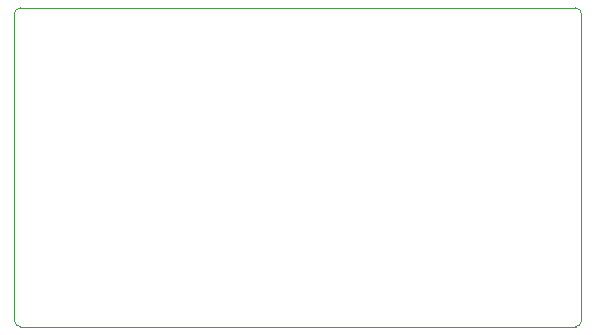
<source format=gbr>
G04 #@! TF.GenerationSoftware,KiCad,Pcbnew,5.1.2*
G04 #@! TF.CreationDate,2019-06-01T11:21:23+02:00*
G04 #@! TF.ProjectId,usb-c-breakout,7573622d-632d-4627-9265-616b6f75742e,rev?*
G04 #@! TF.SameCoordinates,Original*
G04 #@! TF.FileFunction,Profile,NP*
%FSLAX46Y46*%
G04 Gerber Fmt 4.6, Leading zero omitted, Abs format (unit mm)*
G04 Created by KiCad (PCBNEW 5.1.2) date 2019-06-01 11:21:23*
%MOMM*%
%LPD*%
G04 APERTURE LIST*
%ADD10C,0.050000*%
G04 APERTURE END LIST*
D10*
X117500000Y-82000000D02*
G75*
G02X118000000Y-82500000I0J-500000D01*
G01*
X118000000Y-108500000D02*
G75*
G02X117500000Y-109000000I-500000J0D01*
G01*
X70500000Y-109000000D02*
G75*
G02X70000000Y-108500000I0J500000D01*
G01*
X70000000Y-82500000D02*
G75*
G02X70500000Y-82000000I500000J0D01*
G01*
X70000000Y-82500000D02*
X70000000Y-108500000D01*
X117500000Y-82000000D02*
X70500000Y-82000000D01*
X118000000Y-108500000D02*
X118000000Y-82500000D01*
X70500000Y-109000000D02*
X117500000Y-109000000D01*
M02*

</source>
